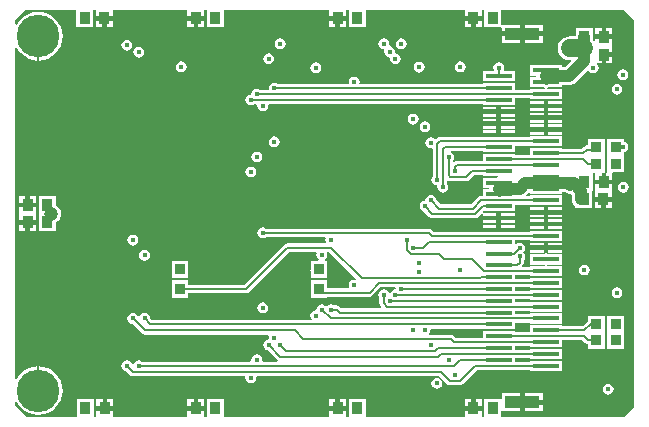
<source format=gbl>
%FSLAX44Y44*%
%MOMM*%
G71*
G01*
G75*
G04 Layer_Physical_Order=4*
G04 Layer_Color=16711680*
%ADD10O,2.0320X0.6096*%
%ADD11C,0.2000*%
%ADD12C,0.2032*%
%ADD13C,0.8000*%
%ADD14C,1.0000*%
%ADD15C,3.6000*%
%ADD16C,0.4000*%
%ADD17C,1.2000*%
%ADD18C,1.0160*%
%ADD19C,1.1000*%
%ADD20C,1.4000*%
%ADD21C,1.5000*%
%ADD22R,0.9398X1.0160*%
%ADD23R,0.9400X1.0160*%
%ADD24R,2.2000X0.3600*%
%ADD25R,3.0000X1.0000*%
%ADD26R,0.9652X0.8890*%
%ADD27R,0.8890X0.9652*%
%ADD28C,0.4000*%
G36*
X74250Y43000D02*
Y-284750D01*
X65750Y-293250D01*
X-37800D01*
Y-288500D01*
X-36902Y-288500D01*
X-36902D01*
Y-288500D01*
D01*
D01*
D01*
X-22000D01*
Y-281003D01*
Y-273500D01*
X-37500D01*
Y-278120D01*
X-37800Y-278420D01*
X-38398Y-278420D01*
X-38398Y-278420D01*
Y-278420D01*
X-52200D01*
Y-293250D01*
X-54306D01*
Y-288000D01*
X-68704D01*
Y-293250D01*
X-152800D01*
Y-278420D01*
X-167200D01*
Y-293250D01*
X-169306D01*
Y-288000D01*
X-183704D01*
Y-293250D01*
X-272800D01*
Y-278420D01*
X-287200D01*
Y-293250D01*
X-289306D01*
Y-288000D01*
X-303704D01*
Y-293250D01*
X-366296D01*
Y-288000D01*
X-380694D01*
Y-293250D01*
X-382800D01*
Y-278420D01*
X-397200D01*
Y-293250D01*
X-439250D01*
X-449250Y-283250D01*
Y-281087D01*
X-448018Y-280778D01*
X-447128Y-282444D01*
X-444566Y-285566D01*
X-441444Y-288128D01*
X-437883Y-290031D01*
X-434019Y-291203D01*
X-430000Y-291599D01*
X-425981Y-291203D01*
X-422117Y-290031D01*
X-418556Y-288128D01*
X-415434Y-285566D01*
X-412873Y-282444D01*
X-410969Y-278883D01*
X-409797Y-275019D01*
X-409401Y-271000D01*
X-409797Y-266981D01*
X-410969Y-263117D01*
X-412873Y-259556D01*
X-415434Y-256434D01*
X-418556Y-253872D01*
X-422117Y-251969D01*
X-425981Y-250797D01*
X-430000Y-250401D01*
X-434019Y-250797D01*
X-437883Y-251969D01*
X-441444Y-253872D01*
X-444566Y-256434D01*
X-447128Y-259556D01*
X-448018Y-261222D01*
X-449250Y-260913D01*
Y18913D01*
X-448018Y19222D01*
X-447128Y17556D01*
X-444566Y14434D01*
X-441444Y11872D01*
X-437883Y9969D01*
X-434019Y8797D01*
X-430000Y8401D01*
X-425981Y8797D01*
X-422117Y9969D01*
X-418556Y11872D01*
X-415434Y14434D01*
X-412873Y17556D01*
X-410969Y21117D01*
X-409797Y24981D01*
X-409401Y29000D01*
X-409797Y33019D01*
X-410969Y36883D01*
X-412873Y40444D01*
X-415434Y43566D01*
X-418556Y46128D01*
X-422117Y48031D01*
X-425981Y49203D01*
X-430000Y49599D01*
X-434019Y49203D01*
X-437883Y48031D01*
X-441444Y46128D01*
X-444566Y43566D01*
X-447128Y40444D01*
X-448018Y38778D01*
X-449250Y39087D01*
Y42750D01*
X-440750Y51250D01*
X-397700D01*
Y36420D01*
X-383300D01*
Y51250D01*
X-381194D01*
Y46000D01*
X-366796D01*
Y51250D01*
X-303704D01*
Y46000D01*
X-289306D01*
Y51250D01*
X-287200D01*
Y36420D01*
X-277541D01*
X-277500Y36412D01*
X-277459Y36420D01*
X-272800D01*
Y51250D01*
X-183704D01*
Y46000D01*
X-169306D01*
Y51250D01*
X-167200D01*
Y36420D01*
X-160041D01*
X-160000Y36412D01*
X-159959Y36420D01*
X-152800D01*
Y51250D01*
X-68704D01*
Y46000D01*
X-54306D01*
Y51250D01*
X-52200D01*
Y36420D01*
X-42541D01*
X-42500Y36412D01*
X-42459Y36420D01*
X-38398D01*
X-37500Y35522D01*
Y33000D01*
X-22000D01*
Y38500D01*
X-36902D01*
X-36902Y38500D01*
D01*
D01*
X-36902Y38500D01*
X-37500Y38500D01*
X-37800Y38800D01*
Y51250D01*
X66000D01*
X74250Y43000D01*
D02*
G37*
%LPC*%
G36*
X13500Y-125700D02*
X2000D01*
Y-128000D01*
X13500D01*
Y-125700D01*
D02*
G37*
G36*
X-2000D02*
X-13500D01*
Y-128000D01*
X-2000D01*
Y-125700D01*
D02*
G37*
G36*
X-431806Y-116000D02*
X-446204D01*
Y-121580D01*
Y-126500D01*
X-431806D01*
Y-121580D01*
Y-116000D01*
D02*
G37*
G36*
X-26500Y-120700D02*
X-38000D01*
Y-123000D01*
X-26500D01*
Y-120700D01*
D02*
G37*
G36*
X13500Y-122000D02*
X2000D01*
Y-124300D01*
X13500D01*
Y-122000D01*
D02*
G37*
G36*
X-2000D02*
X-13500D01*
Y-124300D01*
X-2000D01*
Y-122000D01*
D02*
G37*
G36*
X13500Y-132000D02*
X2000D01*
Y-134300D01*
X13500D01*
Y-132000D01*
D02*
G37*
G36*
X-2000D02*
X-13500D01*
Y-134300D01*
X-2000D01*
Y-132000D01*
D02*
G37*
G36*
X-415300Y-106420D02*
X-429700D01*
Y-121580D01*
Y-136080D01*
X-415300D01*
Y-128918D01*
X-414713Y-128675D01*
X-412938Y-127312D01*
X-411575Y-125537D01*
X-410719Y-123469D01*
X-410427Y-121250D01*
X-410719Y-119031D01*
X-411575Y-116963D01*
X-412938Y-115188D01*
X-414713Y-113825D01*
X-415300Y-113582D01*
Y-106420D01*
D02*
G37*
G36*
X-42000Y-130700D02*
X-53500D01*
Y-133000D01*
X-42000D01*
Y-130700D01*
D02*
G37*
G36*
X-26500Y-127000D02*
X-38000D01*
Y-129300D01*
X-26500D01*
Y-127000D01*
D02*
G37*
G36*
X-42000D02*
X-53500D01*
Y-129300D01*
X-42000D01*
Y-127000D01*
D02*
G37*
G36*
X-26500Y-130700D02*
X-38000D01*
Y-133000D01*
X-26500D01*
Y-130700D01*
D02*
G37*
G36*
X-250000Y-81412D02*
X-251756Y-81761D01*
X-253244Y-82756D01*
X-254239Y-84244D01*
X-254588Y-86000D01*
X-254239Y-87756D01*
X-253244Y-89244D01*
X-251756Y-90239D01*
X-250000Y-90588D01*
X-248244Y-90239D01*
X-246756Y-89244D01*
X-245761Y-87756D01*
X-245412Y-86000D01*
X-245761Y-84244D01*
X-246756Y-82756D01*
X-248244Y-81761D01*
X-250000Y-81412D01*
D02*
G37*
G36*
X66336Y-58055D02*
X51684D01*
Y-71157D01*
X51684Y-71157D01*
X51684D01*
X51684Y-71945D01*
Y-72055D01*
X51684Y-72055D01*
X51684Y-72055D01*
Y-85945D01*
X51684D01*
Y-86022D01*
X50786Y-86919D01*
X51005D01*
Y-92500D01*
X56204D01*
Y-86920D01*
X56204D01*
Y-86843D01*
X57102Y-85945D01*
X66336D01*
Y-72843D01*
X66336Y-72843D01*
D01*
D01*
X66336Y-72055D01*
Y-72052D01*
Y-72000D01*
X66336Y-71945D01*
X66336Y-71157D01*
X66336D01*
D01*
Y-71157D01*
X66336D01*
D01*
Y-69322D01*
X66756Y-69239D01*
X68244Y-68244D01*
X69239Y-66756D01*
X69588Y-65000D01*
X69239Y-63244D01*
X68244Y-61756D01*
X66756Y-60761D01*
X66336Y-60678D01*
Y-58055D01*
D02*
G37*
G36*
X65500Y-94162D02*
X63744Y-94511D01*
X62256Y-95506D01*
X61261Y-96994D01*
X60912Y-98750D01*
X61261Y-100506D01*
X62256Y-101994D01*
X63744Y-102989D01*
X65500Y-103338D01*
X67256Y-102989D01*
X68744Y-101994D01*
X69739Y-100506D01*
X70088Y-98750D01*
X69739Y-96994D01*
X68744Y-95506D01*
X67256Y-94511D01*
X65500Y-94162D01*
D02*
G37*
G36*
X13500Y-55700D02*
X-13500D01*
Y-56431D01*
X-26500D01*
Y-56431D01*
X-53500D01*
Y-56431D01*
X-90000D01*
X-91366Y-56703D01*
X-92523Y-57477D01*
X-93160Y-58113D01*
X-94256Y-58006D01*
X-95744Y-57011D01*
X-97500Y-56662D01*
X-99256Y-57011D01*
X-100744Y-58006D01*
X-101739Y-59494D01*
X-102088Y-61250D01*
X-101739Y-63006D01*
X-100744Y-64494D01*
X-99256Y-65489D01*
X-97500Y-65838D01*
X-97050Y-65749D01*
X-96069Y-66554D01*
Y-89741D01*
X-96739Y-90744D01*
X-97088Y-92500D01*
X-96739Y-94256D01*
X-95744Y-95744D01*
X-94256Y-96739D01*
X-92667Y-97055D01*
X-91961Y-98111D01*
X-92088Y-98750D01*
X-91739Y-100506D01*
X-90744Y-101994D01*
X-89256Y-102989D01*
X-87500Y-103338D01*
X-85744Y-102989D01*
X-84256Y-101994D01*
X-83261Y-100506D01*
X-82912Y-98750D01*
X-83261Y-96994D01*
X-83931Y-95991D01*
Y-93598D01*
X-82811Y-92999D01*
X-82366Y-93297D01*
X-81000Y-93569D01*
X-67500D01*
X-66134Y-93297D01*
X-64977Y-92523D01*
X-61022Y-88569D01*
X-53500D01*
Y-89300D01*
X-40889D01*
X-40844Y-89759D01*
X-41697Y-90700D01*
X-53500D01*
Y-99300D01*
X-48489D01*
X-48172Y-100000D01*
X-48489Y-100700D01*
X-53500D01*
Y-106431D01*
X-55000D01*
X-56366Y-106703D01*
X-57523Y-107477D01*
X-63478Y-113431D01*
X-89022D01*
X-93026Y-109428D01*
X-93261Y-108244D01*
X-94256Y-106756D01*
X-95744Y-105761D01*
X-97500Y-105412D01*
X-99256Y-105761D01*
X-100744Y-106756D01*
X-101739Y-108244D01*
X-102088Y-110000D01*
X-102500Y-110412D01*
X-104256Y-110761D01*
X-105744Y-111756D01*
X-106739Y-113244D01*
X-107088Y-115000D01*
X-106739Y-116756D01*
X-105744Y-118244D01*
X-104256Y-119239D01*
X-103072Y-119474D01*
X-98773Y-123773D01*
X-97616Y-124547D01*
X-96250Y-124819D01*
X-60000D01*
X-58634Y-124547D01*
X-57477Y-123773D01*
X-54673Y-120970D01*
X-53742Y-121356D01*
D01*
X-53500Y-121456D01*
Y-123000D01*
X-42000D01*
Y-120700D01*
X-52744D01*
X-52844Y-120458D01*
D01*
X-53230Y-119527D01*
X-53003Y-119300D01*
X-26500D01*
Y-113569D01*
X-13500D01*
Y-114300D01*
X13500D01*
Y-105700D01*
X-13500D01*
Y-106431D01*
X-16324D01*
X-16810Y-105258D01*
X-14673Y-103122D01*
X-13500Y-103608D01*
Y-104300D01*
X13500D01*
Y-103065D01*
X15570D01*
X15713Y-103175D01*
X17781Y-104031D01*
X20000Y-104323D01*
X20981Y-104194D01*
X21935Y-105032D01*
Y-109000D01*
X22193Y-110958D01*
X22949Y-112782D01*
X24151Y-114349D01*
X24800Y-114847D01*
Y-116580D01*
X39200D01*
Y-102080D01*
X39700D01*
Y-86920D01*
X39700D01*
Y-86843D01*
X40598Y-85945D01*
X41806D01*
Y-86920D01*
X41806D01*
Y-92500D01*
X47005D01*
Y-86919D01*
X49826D01*
Y-85945D01*
X49826D01*
Y-72055D01*
D01*
Y-72055D01*
X49826Y-72055D01*
Y-71945D01*
X49826D01*
Y-58055D01*
X35174D01*
Y-63431D01*
X34250D01*
X32884Y-63703D01*
X31727Y-64477D01*
X29772Y-66431D01*
X13500D01*
Y-65700D01*
X-13500D01*
Y-71431D01*
X-26500D01*
Y-70700D01*
X-53500D01*
Y-76431D01*
X-75500D01*
X-76866Y-76703D01*
X-77811Y-77335D01*
X-78931Y-76736D01*
Y-75759D01*
X-78261Y-74756D01*
X-77912Y-73000D01*
X-78261Y-71244D01*
X-79256Y-69756D01*
X-80481Y-68937D01*
Y-68937D01*
X-80481D01*
X-80744Y-68761D01*
Y-68761D01*
X-80725Y-68569D01*
X-53500D01*
Y-69300D01*
X-26500D01*
Y-63569D01*
X-13500D01*
Y-64300D01*
X13500D01*
Y-55700D01*
D02*
G37*
G36*
X-230000Y-55912D02*
X-231756Y-56261D01*
X-233244Y-57256D01*
X-234239Y-58744D01*
X-234588Y-60500D01*
X-234239Y-62256D01*
X-233244Y-63744D01*
X-231756Y-64739D01*
X-230000Y-65088D01*
X-228244Y-64739D01*
X-226756Y-63744D01*
X-225761Y-62256D01*
X-225412Y-60500D01*
X-225761Y-58744D01*
X-226756Y-57256D01*
X-228244Y-56261D01*
X-230000Y-55912D01*
D02*
G37*
G36*
X-245000Y-68662D02*
X-246756Y-69011D01*
X-248244Y-70006D01*
X-249239Y-71494D01*
X-249588Y-73250D01*
X-249239Y-75006D01*
X-248244Y-76494D01*
X-246756Y-77489D01*
X-245000Y-77838D01*
X-243244Y-77489D01*
X-241756Y-76494D01*
X-240761Y-75006D01*
X-240412Y-73250D01*
X-240761Y-71494D01*
X-241756Y-70006D01*
X-243244Y-69011D01*
X-245000Y-68662D01*
D02*
G37*
G36*
X56204Y-96500D02*
X41806D01*
Y-101420D01*
X41306D01*
Y-107000D01*
X55704D01*
Y-102080D01*
X56204D01*
Y-96500D01*
D02*
G37*
G36*
X46505Y-111000D02*
X41306D01*
Y-116580D01*
X46505D01*
Y-111000D01*
D02*
G37*
G36*
X13500Y-115700D02*
X2000D01*
Y-118000D01*
X13500D01*
Y-115700D01*
D02*
G37*
G36*
X-2000D02*
X-13500D01*
Y-118000D01*
X-2000D01*
Y-115700D01*
D02*
G37*
G36*
X-431806Y-106420D02*
X-437005D01*
Y-112000D01*
X-431806D01*
Y-106420D01*
D02*
G37*
G36*
X-441005D02*
X-446204D01*
Y-112000D01*
X-441005D01*
Y-106420D01*
D02*
G37*
G36*
X55704Y-111000D02*
X50505D01*
Y-116580D01*
X55704D01*
Y-111000D01*
D02*
G37*
G36*
X-2500Y-273500D02*
X-18000D01*
Y-279000D01*
X-2500D01*
Y-273500D01*
D02*
G37*
G36*
X-54306Y-278420D02*
X-59505D01*
Y-284000D01*
X-54306D01*
Y-278420D01*
D02*
G37*
G36*
X-63505D02*
X-68704D01*
Y-284000D01*
X-63505D01*
Y-278420D01*
D02*
G37*
G36*
X66336Y-207555D02*
X51684D01*
Y-220657D01*
X51684Y-220657D01*
X51684D01*
X51684Y-221445D01*
Y-221555D01*
X51684Y-221555D01*
X51684Y-221555D01*
Y-235445D01*
X66336D01*
Y-222343D01*
X66336Y-222343D01*
D01*
D01*
X66336Y-221555D01*
Y-221552D01*
Y-221500D01*
X66336Y-221445D01*
X66336Y-220657D01*
X66336D01*
D01*
Y-220657D01*
X66336D01*
D01*
Y-207555D01*
D02*
G37*
G36*
X-92500Y-260412D02*
X-94256Y-260761D01*
X-95744Y-261756D01*
X-96739Y-263244D01*
X-97088Y-265000D01*
X-96739Y-266756D01*
X-95744Y-268244D01*
X-94256Y-269239D01*
X-92500Y-269588D01*
X-90744Y-269239D01*
X-89256Y-268244D01*
X-88261Y-266756D01*
X-87912Y-265000D01*
X-88261Y-263244D01*
X-89256Y-261756D01*
X-90744Y-260761D01*
X-92500Y-260412D01*
D02*
G37*
G36*
X52500Y-265412D02*
X50744Y-265761D01*
X49256Y-266756D01*
X48261Y-268244D01*
X47912Y-270000D01*
X48261Y-271756D01*
X49256Y-273244D01*
X50744Y-274239D01*
X52500Y-274588D01*
X54256Y-274239D01*
X55744Y-273244D01*
X56739Y-271756D01*
X57088Y-270000D01*
X56739Y-268244D01*
X55744Y-266756D01*
X54256Y-265761D01*
X52500Y-265412D01*
D02*
G37*
G36*
X-169306Y-278420D02*
X-174505D01*
Y-284000D01*
X-169306D01*
Y-278420D01*
D02*
G37*
G36*
X-366296D02*
X-371495D01*
Y-284000D01*
X-366296D01*
Y-278420D01*
D02*
G37*
G36*
X-375495D02*
X-380694D01*
Y-284000D01*
X-375495D01*
Y-278420D01*
D02*
G37*
G36*
X-2500Y-283000D02*
X-18000D01*
Y-288500D01*
X-2500D01*
Y-283000D01*
D02*
G37*
G36*
X-178505Y-278420D02*
X-183704D01*
Y-284000D01*
X-178505D01*
Y-278420D01*
D02*
G37*
G36*
X-289306D02*
X-294505D01*
Y-284000D01*
X-289306D01*
Y-278420D01*
D02*
G37*
G36*
X-298505D02*
X-303704D01*
Y-284000D01*
X-298505D01*
Y-278420D01*
D02*
G37*
G36*
X13500Y-145700D02*
X2000D01*
Y-148000D01*
X13500D01*
Y-145700D01*
D02*
G37*
G36*
X-2000D02*
X-13500D01*
Y-148000D01*
X-2000D01*
Y-145700D01*
D02*
G37*
G36*
X-350000Y-139162D02*
X-351756Y-139511D01*
X-353244Y-140506D01*
X-354239Y-141994D01*
X-354588Y-143750D01*
X-354239Y-145506D01*
X-353244Y-146994D01*
X-351756Y-147989D01*
X-350000Y-148338D01*
X-348244Y-147989D01*
X-346756Y-146994D01*
X-345761Y-145506D01*
X-345412Y-143750D01*
X-345761Y-141994D01*
X-346756Y-140506D01*
X-348244Y-139511D01*
X-350000Y-139162D01*
D02*
G37*
G36*
X-431806Y-130500D02*
X-437005D01*
Y-136080D01*
X-431806D01*
Y-130500D01*
D02*
G37*
G36*
X-441005D02*
X-446204D01*
Y-136080D01*
X-441005D01*
Y-130500D01*
D02*
G37*
G36*
X-240000Y-132912D02*
X-241756Y-133261D01*
X-243244Y-134256D01*
X-244239Y-135744D01*
X-244588Y-137500D01*
X-244239Y-139256D01*
X-243244Y-140744D01*
X-241756Y-141739D01*
X-240000Y-142088D01*
X-238244Y-141739D01*
X-237241Y-141069D01*
X-187556D01*
X-186750Y-142050D01*
X-187088Y-143750D01*
X-186750Y-145450D01*
X-187556Y-146431D01*
X-219000D01*
X-220366Y-146703D01*
X-221523Y-147477D01*
X-255478Y-181431D01*
X-303055D01*
Y-177674D01*
X-316945D01*
Y-192326D01*
X-303055D01*
Y-188569D01*
X-254000D01*
X-252634Y-188297D01*
X-251477Y-187523D01*
Y-187523D01*
X-251477D01*
D01*
D01*
D01*
D01*
D01*
D01*
X-251477D01*
D01*
X-251477D01*
Y-187523D01*
D01*
D01*
D01*
D01*
Y-187523D01*
D01*
D01*
D01*
D01*
D01*
D01*
Y-187523D01*
D01*
D01*
X-251477D01*
D01*
D01*
D01*
X-217522Y-153569D01*
X-195056D01*
X-194250Y-154550D01*
X-194588Y-156250D01*
X-194239Y-158006D01*
X-193244Y-159494D01*
X-192564Y-159949D01*
X-192933Y-161164D01*
X-199445D01*
Y-168280D01*
X-199588Y-169000D01*
X-199445Y-169720D01*
Y-175816D01*
X-185555D01*
Y-161164D01*
X-187067D01*
X-187436Y-159949D01*
X-186756Y-159494D01*
X-185761Y-158006D01*
X-185412Y-156250D01*
X-185761Y-154494D01*
X-185266Y-153569D01*
X-183478D01*
X-160782Y-176264D01*
X-161381Y-177384D01*
X-162500Y-177162D01*
X-164256Y-177511D01*
X-165744Y-178506D01*
X-166739Y-179994D01*
X-167088Y-181750D01*
X-166750Y-183450D01*
X-167556Y-184431D01*
X-185555D01*
Y-177674D01*
X-199445D01*
Y-192326D01*
X-185555D01*
Y-191569D01*
X-149500D01*
X-148134Y-191297D01*
X-146977Y-190523D01*
Y-190523D01*
X-146977D01*
D01*
D01*
D01*
D01*
D01*
D01*
X-146977D01*
D01*
X-146977D01*
Y-190523D01*
D01*
D01*
D01*
D01*
Y-190523D01*
D01*
D01*
D01*
D01*
D01*
D01*
Y-190523D01*
D01*
D01*
X-146977D01*
D01*
D01*
D01*
X-140022Y-183569D01*
X-127804D01*
X-127245Y-184250D01*
X-127673Y-185446D01*
X-129256Y-185761D01*
X-130744Y-186756D01*
X-131739Y-188244D01*
X-131865Y-188878D01*
X-133135D01*
X-133261Y-188244D01*
X-134256Y-186756D01*
X-135744Y-185761D01*
X-137500Y-185412D01*
X-139256Y-185761D01*
X-140744Y-186756D01*
X-141739Y-188244D01*
X-142088Y-190000D01*
X-141739Y-191756D01*
X-141069Y-192759D01*
Y-197250D01*
X-141069Y-197250D01*
X-141069D01*
X-140797Y-198616D01*
X-140023Y-199773D01*
X-139539Y-200258D01*
X-140025Y-201431D01*
X-173272D01*
X-174727Y-199977D01*
X-175884Y-199203D01*
X-177250Y-198931D01*
X-179741D01*
X-180744Y-198261D01*
X-182500Y-197912D01*
X-184256Y-198261D01*
X-185744Y-199256D01*
X-186756D01*
X-188244Y-198261D01*
X-190000Y-197912D01*
X-191756Y-198261D01*
X-193244Y-199256D01*
X-194239Y-200744D01*
X-194588Y-202500D01*
X-195000Y-202912D01*
X-196756Y-203261D01*
X-198244Y-204256D01*
X-199239Y-205744D01*
X-199588Y-207500D01*
X-199239Y-209256D01*
X-198534Y-210311D01*
X-199132Y-211431D01*
X-333522D01*
X-335526Y-209428D01*
X-335761Y-208244D01*
X-336756Y-206756D01*
X-338244Y-205761D01*
X-340000Y-205412D01*
X-341756Y-205761D01*
X-343244Y-206756D01*
X-344239Y-208244D01*
X-344365Y-208878D01*
X-345635D01*
X-345761Y-208244D01*
X-346756Y-206756D01*
X-348244Y-205761D01*
X-350000Y-205412D01*
X-351756Y-205761D01*
X-353244Y-206756D01*
X-354239Y-208244D01*
X-354588Y-210000D01*
X-354239Y-211756D01*
X-353244Y-213244D01*
X-351756Y-214239D01*
X-350573Y-214474D01*
X-342523Y-222523D01*
X-342523Y-222523D01*
X-342523D01*
X-342523Y-222523D01*
X-342523D01*
X-342523Y-222523D01*
Y-222523D01*
Y-222523D01*
D01*
D01*
X-342523D01*
Y-222523D01*
X-341366Y-223297D01*
X-340000Y-223569D01*
X-235056D01*
X-234250Y-224550D01*
X-234588Y-226250D01*
X-234461Y-226889D01*
X-235167Y-227945D01*
X-236756Y-228261D01*
X-238244Y-229256D01*
X-239239Y-230744D01*
X-239588Y-232500D01*
X-239239Y-234256D01*
X-238244Y-235744D01*
X-236756Y-236739D01*
X-235572Y-236974D01*
X-227523Y-245023D01*
X-227523D01*
X-227523Y-245023D01*
X-227523D01*
X-227523Y-245023D01*
Y-245023D01*
X-227523Y-245023D01*
Y-245023D01*
X-227235Y-245216D01*
X-227604Y-246431D01*
X-239696D01*
X-240501Y-245450D01*
X-240412Y-245000D01*
X-240761Y-243244D01*
X-241756Y-241756D01*
X-243244Y-240761D01*
X-245000Y-240412D01*
X-246756Y-240761D01*
X-248244Y-241756D01*
X-249239Y-243244D01*
X-249588Y-245000D01*
X-249499Y-245450D01*
X-250304Y-246431D01*
X-342241D01*
X-343244Y-245761D01*
X-345000Y-245412D01*
X-346756Y-245761D01*
X-348244Y-246756D01*
X-349239Y-248244D01*
X-349365Y-248878D01*
X-350635D01*
X-350761Y-248244D01*
X-351756Y-246756D01*
X-353244Y-245761D01*
X-355000Y-245412D01*
X-356756Y-245761D01*
X-358244Y-246756D01*
X-359239Y-248244D01*
X-359588Y-250000D01*
X-359239Y-251756D01*
X-358244Y-253244D01*
X-356756Y-254239D01*
X-355572Y-254474D01*
X-352523Y-257523D01*
X-351366Y-258297D01*
X-350000Y-258569D01*
X-255304D01*
X-254499Y-259550D01*
X-254588Y-260000D01*
X-254239Y-261756D01*
X-253244Y-263244D01*
X-251756Y-264239D01*
X-250000Y-264588D01*
X-248244Y-264239D01*
X-246756Y-263244D01*
X-245761Y-261756D01*
X-245412Y-260000D01*
X-245501Y-259550D01*
X-244696Y-258569D01*
X-90478D01*
X-83773Y-265273D01*
D01*
X-83773Y-265273D01*
X-83773Y-265273D01*
D01*
D01*
D01*
X-83773Y-265273D01*
Y-265273D01*
X-82616Y-266047D01*
X-81250Y-266319D01*
X-73000D01*
X-71634Y-266047D01*
X-70477Y-265273D01*
X-58772Y-253569D01*
X-13500D01*
Y-254300D01*
X13500D01*
Y-245700D01*
X-13500D01*
Y-246431D01*
X-26500D01*
Y-243569D01*
X-13500D01*
Y-244300D01*
X13500D01*
Y-235700D01*
X-13500D01*
Y-236431D01*
X-26500D01*
Y-233569D01*
X-13500D01*
Y-234300D01*
X13500D01*
Y-228569D01*
X30772D01*
X33227Y-231023D01*
X33227Y-231023D01*
X33227D01*
X33227Y-231023D01*
X33227D01*
X33227Y-231023D01*
Y-231023D01*
Y-231023D01*
D01*
D01*
X33227D01*
Y-231023D01*
X34384Y-231797D01*
X35174Y-231954D01*
Y-235445D01*
X49826D01*
Y-221555D01*
D01*
Y-221555D01*
X49826Y-221555D01*
Y-221445D01*
X49826D01*
Y-207555D01*
X35174D01*
Y-212279D01*
X31022Y-216431D01*
X13500D01*
Y-215700D01*
X-13500D01*
Y-221431D01*
X-26500D01*
Y-220700D01*
X-53500D01*
Y-226431D01*
X-76272D01*
X-77727Y-224977D01*
X-78884Y-224203D01*
X-80250Y-223931D01*
X-98368D01*
X-98966Y-222811D01*
X-98261Y-221756D01*
X-97912Y-220000D01*
X-98001Y-219550D01*
X-97196Y-218569D01*
X-53500D01*
Y-219300D01*
X-26500D01*
Y-213569D01*
X-13500D01*
Y-214300D01*
X13500D01*
Y-205700D01*
X-13500D01*
Y-206431D01*
X-26500D01*
Y-203569D01*
X-13500D01*
Y-204300D01*
X13500D01*
Y-195700D01*
X-13500D01*
Y-196431D01*
X-26500D01*
Y-193569D01*
X-13500D01*
Y-194300D01*
X13500D01*
Y-185700D01*
X-13500D01*
Y-186431D01*
X-26500D01*
Y-183569D01*
X-13500D01*
Y-184300D01*
X13500D01*
Y-175700D01*
X-13500D01*
Y-176431D01*
X-26500D01*
Y-173569D01*
X-13500D01*
Y-174300D01*
X13500D01*
Y-165700D01*
X889D01*
X772Y-164512D01*
D01*
X764Y-164436D01*
X1449Y-164300D01*
X13500D01*
Y-155700D01*
X1696D01*
X844Y-154759D01*
X889Y-154300D01*
X-889D01*
X-844Y-154759D01*
X-1696Y-155700D01*
X-13500D01*
Y-164300D01*
X-1449D01*
X-764Y-164436D01*
X-888Y-165690D01*
X-898Y-165700D01*
X-13500D01*
Y-166431D01*
X-19490D01*
X-19965Y-165285D01*
X-19188Y-164122D01*
X-18915Y-162750D01*
D01*
D01*
D01*
D01*
D01*
X-18915D01*
D01*
D01*
D01*
D01*
Y-162750D01*
X-18915D01*
D01*
Y-162750D01*
D01*
D01*
D01*
D01*
D01*
D01*
D01*
D01*
D01*
D01*
D01*
D01*
Y-162750D01*
D01*
X-18915D01*
D01*
D01*
D01*
D01*
X-18915Y-162750D01*
Y-160235D01*
X-18261Y-159256D01*
X-17912Y-157500D01*
X-18261Y-155744D01*
X-19256Y-154256D01*
Y-153494D01*
X-18261Y-152006D01*
X-17912Y-150250D01*
X-18261Y-148494D01*
X-19256Y-147006D01*
X-20744Y-146011D01*
X-22500Y-145662D01*
X-24256Y-146011D01*
X-25380Y-146762D01*
X-26500Y-146164D01*
Y-143569D01*
X-13500D01*
Y-144300D01*
X13500D01*
Y-135700D01*
X-13500D01*
Y-136431D01*
X-26500D01*
Y-136431D01*
X-53500D01*
Y-136431D01*
X-94772D01*
X-96227Y-134977D01*
X-97384Y-134203D01*
X-98750Y-133931D01*
X-237241D01*
X-238244Y-133261D01*
X-240000Y-132912D01*
D02*
G37*
G36*
X13500Y-152000D02*
X2000D01*
Y-154300D01*
X13500D01*
Y-152000D01*
D02*
G37*
G36*
X-303055Y-161164D02*
X-316945D01*
Y-175816D01*
X-303055D01*
Y-161164D01*
D02*
G37*
G36*
X60000Y-183662D02*
X58244Y-184011D01*
X56756Y-185006D01*
X55761Y-186494D01*
X55412Y-188250D01*
X55761Y-190006D01*
X56756Y-191494D01*
X58244Y-192489D01*
X60000Y-192838D01*
X61756Y-192489D01*
X63244Y-191494D01*
X64239Y-190006D01*
X64588Y-188250D01*
X64239Y-186494D01*
X63244Y-185006D01*
X61756Y-184011D01*
X60000Y-183662D01*
D02*
G37*
G36*
X-240000Y-196412D02*
X-241756Y-196761D01*
X-243244Y-197756D01*
X-244239Y-199244D01*
X-244588Y-201000D01*
X-244239Y-202756D01*
X-243244Y-204244D01*
X-241756Y-205239D01*
X-240000Y-205588D01*
X-238244Y-205239D01*
X-236756Y-204244D01*
X-235761Y-202756D01*
X-235412Y-201000D01*
X-235761Y-199244D01*
X-236756Y-197756D01*
X-238244Y-196761D01*
X-240000Y-196412D01*
D02*
G37*
G36*
X-2000Y-152000D02*
X-13500D01*
Y-154300D01*
X-2000D01*
Y-152000D01*
D02*
G37*
G36*
X-340000Y-151912D02*
X-341756Y-152261D01*
X-343244Y-153256D01*
X-344239Y-154744D01*
X-344588Y-156500D01*
X-344239Y-158256D01*
X-343244Y-159744D01*
X-341756Y-160739D01*
X-340000Y-161088D01*
X-338244Y-160739D01*
X-336756Y-159744D01*
X-335761Y-158256D01*
X-335412Y-156500D01*
X-335761Y-154744D01*
X-336756Y-153256D01*
X-338244Y-152261D01*
X-340000Y-151912D01*
D02*
G37*
G36*
X32500Y-164412D02*
X30744Y-164761D01*
X29256Y-165756D01*
X28261Y-167244D01*
X27912Y-169000D01*
X28261Y-170756D01*
X29256Y-172244D01*
X30744Y-173239D01*
X32500Y-173588D01*
X34256Y-173239D01*
X35744Y-172244D01*
X36739Y-170756D01*
X37088Y-169000D01*
X36739Y-167244D01*
X35744Y-165756D01*
X34256Y-164761D01*
X32500Y-164412D01*
D02*
G37*
G36*
X-345000Y20088D02*
X-346756Y19739D01*
X-348244Y18744D01*
X-349239Y17256D01*
X-349588Y15500D01*
X-349239Y13744D01*
X-348244Y12256D01*
X-346756Y11261D01*
X-345000Y10912D01*
X-343244Y11261D01*
X-341756Y12256D01*
X-340761Y13744D01*
X-340412Y15500D01*
X-340761Y17256D01*
X-341756Y18744D01*
X-343244Y19739D01*
X-345000Y20088D01*
D02*
G37*
G36*
X56204Y11500D02*
X51005D01*
Y5920D01*
X56204D01*
Y11500D01*
D02*
G37*
G36*
X-235000Y14588D02*
X-236756Y14239D01*
X-238244Y13244D01*
X-239239Y11756D01*
X-239588Y10000D01*
X-239239Y8244D01*
X-238244Y6756D01*
X-236756Y5761D01*
X-235000Y5412D01*
X-233244Y5761D01*
X-231756Y6756D01*
X-230761Y8244D01*
X-230412Y10000D01*
X-230761Y11756D01*
X-231756Y13244D01*
X-233244Y14239D01*
X-235000Y14588D01*
D02*
G37*
G36*
X-122500Y27088D02*
X-124256Y26739D01*
X-125744Y25744D01*
X-126739Y24256D01*
X-127088Y22500D01*
X-126739Y20744D01*
X-125744Y19256D01*
X-124256Y18261D01*
X-122500Y17912D01*
X-120744Y18261D01*
X-119256Y19256D01*
X-118261Y20744D01*
X-117912Y22500D01*
X-118261Y24256D01*
X-119256Y25744D01*
X-120744Y26739D01*
X-122500Y27088D01*
D02*
G37*
G36*
X-225000D02*
X-226756Y26739D01*
X-228244Y25744D01*
X-229239Y24256D01*
X-229588Y22500D01*
X-229239Y20744D01*
X-228244Y19256D01*
X-226756Y18261D01*
X-225000Y17912D01*
X-223244Y18261D01*
X-221756Y19256D01*
X-220761Y20744D01*
X-220412Y22500D01*
X-220761Y24256D01*
X-221756Y25744D01*
X-223244Y26739D01*
X-225000Y27088D01*
D02*
G37*
G36*
X-355000Y25838D02*
X-356756Y25489D01*
X-358244Y24494D01*
X-359239Y23006D01*
X-359588Y21250D01*
X-359239Y19494D01*
X-358244Y18006D01*
X-356756Y17011D01*
X-355000Y16662D01*
X-353244Y17011D01*
X-351756Y18006D01*
X-350761Y19494D01*
X-350412Y21250D01*
X-350761Y23006D01*
X-351756Y24494D01*
X-353244Y25489D01*
X-355000Y25838D01*
D02*
G37*
G36*
X-137500Y27088D02*
X-139256Y26739D01*
X-140744Y25744D01*
X-141739Y24256D01*
X-142088Y22500D01*
X-141739Y20744D01*
X-140744Y19256D01*
X-139256Y18261D01*
X-137500Y17912D01*
X-137079Y15796D01*
X-137088Y15750D01*
X-136739Y13994D01*
X-135744Y12506D01*
X-134256Y11511D01*
X-132762Y11214D01*
X-132057Y10158D01*
X-132088Y10000D01*
X-131739Y8244D01*
X-130744Y6756D01*
X-129256Y5761D01*
X-127500Y5412D01*
X-125744Y5761D01*
X-124256Y6756D01*
X-123261Y8244D01*
X-122912Y10000D01*
X-123261Y11756D01*
X-124256Y13244D01*
X-125744Y14239D01*
X-127500Y14588D01*
X-128036Y15124D01*
X-127912Y15750D01*
X-128261Y17506D01*
X-129256Y18994D01*
X-130744Y19989D01*
X-132500Y20338D01*
X-132921Y22454D01*
X-132912Y22500D01*
X-133261Y24256D01*
X-134256Y25744D01*
X-135744Y26739D01*
X-137500Y27088D01*
D02*
G37*
G36*
X-107500Y7338D02*
X-109256Y6989D01*
X-110744Y5994D01*
X-111739Y4506D01*
X-112088Y2750D01*
X-111739Y994D01*
X-110744Y-494D01*
X-109256Y-1489D01*
X-107500Y-1838D01*
X-105744Y-1489D01*
X-104256Y-494D01*
X-103261Y994D01*
X-102912Y2750D01*
X-103261Y4506D01*
X-104256Y5994D01*
X-105744Y6989D01*
X-107500Y7338D01*
D02*
G37*
G36*
X-195000Y6838D02*
X-196756Y6489D01*
X-198244Y5494D01*
X-199239Y4006D01*
X-199588Y2250D01*
X-199239Y494D01*
X-198244Y-994D01*
X-196756Y-1989D01*
X-195000Y-2338D01*
X-193244Y-1989D01*
X-191756Y-994D01*
X-190761Y494D01*
X-190412Y2250D01*
X-190761Y4006D01*
X-191756Y5494D01*
X-193244Y6489D01*
X-195000Y6838D01*
D02*
G37*
G36*
X65000Y1088D02*
X63244Y739D01*
X61756Y-256D01*
X60761Y-1744D01*
X60412Y-3500D01*
X60761Y-5256D01*
X61756Y-6744D01*
X63244Y-7739D01*
X65000Y-8088D01*
X66756Y-7739D01*
X68244Y-6744D01*
X69239Y-5256D01*
X69588Y-3500D01*
X69239Y-1744D01*
X68244Y-256D01*
X66756Y739D01*
X65000Y1088D01*
D02*
G37*
G36*
X39700Y36080D02*
X25300D01*
Y30716D01*
X25193Y30458D01*
X24980Y28836D01*
X20000D01*
X17390Y28493D01*
X14957Y27485D01*
X12868Y25882D01*
X11265Y23793D01*
X10257Y21360D01*
X9914Y18750D01*
X10257Y16140D01*
X11265Y13707D01*
X12868Y11618D01*
X14957Y10015D01*
X17390Y9007D01*
X20000Y8664D01*
X20806D01*
X21292Y7490D01*
X16367Y2565D01*
X13500D01*
Y4300D01*
X1449D01*
X0Y4588D01*
X-1449Y4300D01*
X-13500D01*
Y-4300D01*
X-8490D01*
X-8172Y-5000D01*
X-8490Y-5700D01*
X-13500D01*
Y-14300D01*
X-1697D01*
X-844Y-15241D01*
X-889Y-15700D01*
X-13500D01*
Y-16431D01*
X-26500D01*
Y-10700D01*
X-53500D01*
Y-11431D01*
X-157245D01*
X-158051Y-10450D01*
X-157912Y-9750D01*
X-158261Y-7994D01*
X-159256Y-6506D01*
X-160744Y-5511D01*
X-162500Y-5162D01*
X-164256Y-5511D01*
X-165744Y-6506D01*
X-166739Y-7994D01*
X-167088Y-9750D01*
X-166949Y-10450D01*
X-167755Y-11431D01*
X-227241D01*
X-228244Y-10761D01*
X-230000Y-10412D01*
X-231756Y-10761D01*
X-233244Y-11756D01*
X-234239Y-13244D01*
X-234588Y-15000D01*
X-234499Y-15450D01*
X-235304Y-16431D01*
X-242241D01*
X-243244Y-15761D01*
X-245000Y-15412D01*
X-246756Y-15761D01*
X-248244Y-16756D01*
X-249239Y-18244D01*
X-249588Y-20000D01*
X-250000Y-20412D01*
D01*
X-251756Y-20761D01*
X-253244Y-21756D01*
X-254239Y-23244D01*
X-254588Y-25000D01*
X-254239Y-26756D01*
X-253244Y-28244D01*
X-251756Y-29239D01*
X-250000Y-29588D01*
X-248244Y-29239D01*
X-247241Y-28569D01*
X-245304D01*
X-244499Y-29550D01*
X-244588Y-30000D01*
X-244239Y-31756D01*
X-243244Y-33244D01*
X-241756Y-34239D01*
X-240000Y-34588D01*
X-238244Y-34239D01*
X-236756Y-33244D01*
X-235761Y-31756D01*
X-235412Y-30000D01*
X-235501Y-29550D01*
X-234696Y-28569D01*
X-53500D01*
Y-29300D01*
X-26500D01*
Y-23569D01*
X-13500D01*
Y-24300D01*
X13500D01*
Y-15700D01*
X889D01*
X764Y-14436D01*
X1449Y-14300D01*
X13500D01*
Y-12565D01*
X19500D01*
X21458Y-12307D01*
X22748Y-11773D01*
X23282Y-11551D01*
X24849Y-10349D01*
X35026Y-172D01*
X36290Y-297D01*
X36756Y-994D01*
X38244Y-1989D01*
X40000Y-2338D01*
X41756Y-1989D01*
X43244Y-994D01*
X44239Y494D01*
X44588Y2250D01*
X44239Y4006D01*
X43244Y5494D01*
X43373Y5920D01*
X47005D01*
Y13503D01*
X49002D01*
Y15500D01*
X56204D01*
Y20920D01*
Y26500D01*
X41806D01*
Y24373D01*
X41097Y24132D01*
X40065Y24872D01*
Y28500D01*
X39807Y30458D01*
X39700Y30716D01*
Y36080D01*
D02*
G37*
G36*
X-72500Y7588D02*
X-74256Y7239D01*
X-75744Y6244D01*
X-76739Y4756D01*
X-77088Y3000D01*
X-76739Y1244D01*
X-75744Y-244D01*
X-74256Y-1239D01*
X-72500Y-1588D01*
X-70744Y-1239D01*
X-69256Y-244D01*
X-68261Y1244D01*
X-67912Y3000D01*
X-68261Y4756D01*
X-69256Y6244D01*
X-70744Y7239D01*
X-72500Y7588D01*
D02*
G37*
G36*
X-308750D02*
X-310506Y7239D01*
X-311994Y6244D01*
X-312989Y4756D01*
X-313338Y3000D01*
X-312989Y1244D01*
X-311994Y-244D01*
X-310506Y-1239D01*
X-308750Y-1588D01*
X-306994Y-1239D01*
X-305506Y-244D01*
X-304511Y1244D01*
X-304162Y3000D01*
X-304511Y4756D01*
X-305506Y6244D01*
X-306994Y7239D01*
X-308750Y7588D01*
D02*
G37*
G36*
X-178505Y42000D02*
X-183704D01*
Y36420D01*
X-178505D01*
Y42000D01*
D02*
G37*
G36*
X-289306D02*
X-294505D01*
Y36420D01*
X-289306D01*
Y42000D01*
D02*
G37*
G36*
X-298505D02*
X-303704D01*
Y36420D01*
X-298505D01*
Y42000D01*
D02*
G37*
G36*
X-54306D02*
X-59505D01*
Y36420D01*
X-54306D01*
Y42000D01*
D02*
G37*
G36*
X-63505D02*
X-68704D01*
Y36420D01*
X-63505D01*
Y42000D01*
D02*
G37*
G36*
X-169306D02*
X-174505D01*
Y36420D01*
X-169306D01*
Y42000D01*
D02*
G37*
G36*
X-366796D02*
X-371995D01*
Y36420D01*
X-366796D01*
Y42000D01*
D02*
G37*
G36*
X47005Y36080D02*
X41806D01*
Y30500D01*
X47005D01*
Y36080D01*
D02*
G37*
G36*
X-2500Y29000D02*
X-18000D01*
Y23500D01*
X-2500D01*
Y29000D01*
D02*
G37*
G36*
X-22000D02*
X-37500D01*
Y23500D01*
X-22000D01*
Y29000D01*
D02*
G37*
G36*
X-375995Y42000D02*
X-381194D01*
Y36420D01*
X-375995D01*
Y42000D01*
D02*
G37*
G36*
X-2500Y38500D02*
X-18000D01*
Y33000D01*
X-2500D01*
Y38500D01*
D02*
G37*
G36*
X56204Y36080D02*
X51005D01*
Y30500D01*
X56204D01*
Y36080D01*
D02*
G37*
G36*
X-112500Y-36662D02*
X-114256Y-37011D01*
X-115744Y-38006D01*
X-116739Y-39494D01*
X-117088Y-41250D01*
X-116739Y-43006D01*
X-115744Y-44494D01*
X-114256Y-45489D01*
X-112500Y-45838D01*
X-110744Y-45489D01*
X-109256Y-44494D01*
X-108261Y-43006D01*
X-107912Y-41250D01*
X-108261Y-39494D01*
X-109256Y-38006D01*
X-110744Y-37011D01*
X-112500Y-36662D01*
D02*
G37*
G36*
X13500Y-45700D02*
X2000D01*
Y-48000D01*
X13500D01*
Y-45700D01*
D02*
G37*
G36*
X-2000D02*
X-13500D01*
Y-48000D01*
X-2000D01*
Y-45700D01*
D02*
G37*
G36*
X-42000Y-40700D02*
X-53500D01*
Y-43000D01*
X-42000D01*
Y-40700D01*
D02*
G37*
G36*
X13500Y-42000D02*
X2000D01*
Y-44300D01*
X13500D01*
Y-42000D01*
D02*
G37*
G36*
X-2000D02*
X-13500D01*
Y-44300D01*
X-2000D01*
Y-42000D01*
D02*
G37*
G36*
X-26500Y-47000D02*
X-38000D01*
Y-49300D01*
X-26500D01*
Y-47000D01*
D02*
G37*
G36*
X-42000Y-50700D02*
X-53500D01*
Y-53000D01*
X-42000D01*
Y-50700D01*
D02*
G37*
G36*
X13500Y-52000D02*
X2000D01*
Y-54300D01*
X13500D01*
Y-52000D01*
D02*
G37*
G36*
X-2000D02*
X-13500D01*
Y-54300D01*
X-2000D01*
Y-52000D01*
D02*
G37*
G36*
X-42000Y-47000D02*
X-53500D01*
Y-49300D01*
X-42000D01*
Y-47000D01*
D02*
G37*
G36*
X-102500Y-42912D02*
X-104256Y-43261D01*
X-105744Y-44256D01*
X-106739Y-45744D01*
X-107088Y-47500D01*
X-106739Y-49256D01*
X-105744Y-50744D01*
X-104256Y-51739D01*
X-102500Y-52088D01*
X-100744Y-51739D01*
X-99256Y-50744D01*
X-98261Y-49256D01*
X-97912Y-47500D01*
X-98261Y-45744D01*
X-99256Y-44256D01*
X-100744Y-43261D01*
X-102500Y-42912D01*
D02*
G37*
G36*
X-26500Y-50700D02*
X-38000D01*
Y-53000D01*
X-26500D01*
Y-50700D01*
D02*
G37*
G36*
X-2000Y-25700D02*
X-13500D01*
Y-28000D01*
X-2000D01*
Y-25700D01*
D02*
G37*
G36*
X-26500Y-30700D02*
X-38000D01*
Y-33000D01*
X-26500D01*
Y-30700D01*
D02*
G37*
G36*
X-42000D02*
X-53500D01*
Y-33000D01*
X-42000D01*
Y-30700D01*
D02*
G37*
G36*
X-40000Y7088D02*
X-41756Y6739D01*
X-43244Y5744D01*
X-44239Y4256D01*
X-44588Y2500D01*
X-44239Y744D01*
X-44022Y420D01*
X-44621Y-700D01*
X-53500D01*
Y-9300D01*
X-26500D01*
Y-700D01*
X-35379D01*
X-35978Y420D01*
X-35761Y744D01*
X-35412Y2500D01*
X-35761Y4256D01*
X-36756Y5744D01*
X-38244Y6739D01*
X-40000Y7088D01*
D02*
G37*
G36*
X60000Y-11412D02*
X58244Y-11761D01*
X56756Y-12756D01*
X55761Y-14244D01*
X55412Y-16000D01*
X55761Y-17756D01*
X56756Y-19244D01*
X58244Y-20239D01*
X60000Y-20588D01*
X61756Y-20239D01*
X63244Y-19244D01*
X64239Y-17756D01*
X64588Y-16000D01*
X64239Y-14244D01*
X63244Y-12756D01*
X61756Y-11761D01*
X60000Y-11412D01*
D02*
G37*
G36*
X13500Y-25700D02*
X2000D01*
Y-28000D01*
X13500D01*
Y-25700D01*
D02*
G37*
G36*
Y-32000D02*
X2000D01*
Y-34300D01*
X13500D01*
Y-32000D01*
D02*
G37*
G36*
X-26500Y-37000D02*
X-38000D01*
Y-39300D01*
X-26500D01*
Y-37000D01*
D02*
G37*
G36*
X-42000D02*
X-53500D01*
Y-39300D01*
X-42000D01*
Y-37000D01*
D02*
G37*
G36*
X-26500Y-40700D02*
X-38000D01*
Y-43000D01*
X-26500D01*
Y-40700D01*
D02*
G37*
G36*
X-2000Y-32000D02*
X-13500D01*
Y-34300D01*
X-2000D01*
Y-32000D01*
D02*
G37*
G36*
X13500Y-35700D02*
X2000D01*
Y-38000D01*
X13500D01*
Y-35700D01*
D02*
G37*
G36*
X-2000D02*
X-13500D01*
Y-38000D01*
X-2000D01*
Y-35700D01*
D02*
G37*
%LPD*%
D11*
X-40000Y-5000D02*
Y2500D01*
X-90000Y-60000D02*
X0D01*
X-92500Y-62500D02*
X-90000Y-60000D01*
X-92500Y-92500D02*
Y-62500D01*
X-86000Y-65000D02*
X-40000D01*
X-87500Y-66500D02*
X-86000Y-65000D01*
X-87500Y-98750D02*
Y-66500D01*
X-75500Y-80000D02*
X0D01*
X-77500Y-82000D02*
X-75500Y-80000D01*
X-77500Y-85000D02*
Y-82000D01*
X-62500Y-85000D02*
X-40000D01*
X-67500Y-90000D02*
X-62500Y-85000D01*
X-81000Y-90000D02*
X-67500D01*
X-82500Y-88500D02*
X-81000Y-90000D01*
X-82500Y-88500D02*
Y-73000D01*
X-55000Y-110000D02*
X0D01*
X-53750Y-115000D02*
X-40000D01*
X-250000Y-25000D02*
X-40000D01*
X-245000Y-20000D02*
X0D01*
X-230000Y-15000D02*
X-40000D01*
X-96250Y-140000D02*
X0D01*
X-98750Y-137500D02*
X-96250Y-140000D01*
X-99500Y-145000D02*
X-40000D01*
X-104500Y-150000D02*
X-99500Y-145000D01*
X-112500Y-150000D02*
X-104500D01*
X-122500Y-185000D02*
X-40000D01*
X-127500Y-190000D02*
X0D01*
X-132500Y-195000D02*
X-40000D01*
X-134750Y-200000D02*
X0D01*
X-137500Y-197250D02*
X-134750Y-200000D01*
X-137500Y-197250D02*
Y-190000D01*
X-174750Y-205000D02*
X-40000D01*
X-182500Y-210000D02*
X0D01*
X-335000Y-215000D02*
X-40000D01*
X-52750Y-170000D02*
X0D01*
X-117500Y-152250D02*
X-114000Y-155750D01*
X-117500Y-152250D02*
Y-143750D01*
X-77750Y-230000D02*
X0D01*
X-80250Y-227500D02*
X-77750Y-230000D01*
X-205500Y-227500D02*
X-80250D01*
X-91250Y-235000D02*
X-40000D01*
X-93750Y-237500D02*
X-91250Y-235000D01*
X-220000Y-237500D02*
X-93750D01*
X-91750Y-242500D02*
X-89250Y-240000D01*
X-225000Y-242500D02*
X-91750D01*
X-89250Y-240000D02*
X0D01*
X-73000Y-245000D02*
X-40000D01*
X-78000Y-250000D02*
X-73000Y-245000D01*
X-345000Y-250000D02*
X-78000D01*
X-60250D02*
X0D01*
X-73000Y-262750D02*
X-60250Y-250000D01*
X-81250Y-262750D02*
X-73000D01*
X-89000Y-255000D02*
X-81250Y-262750D01*
X-350000Y-255000D02*
X-89000D01*
X-340000Y-220000D02*
X-213000D01*
X-205500Y-227500D01*
X-225000Y-232500D02*
X-220000Y-237500D01*
X-235000Y-232500D02*
X-225000Y-242500D01*
X-340000Y-210000D02*
X-335000Y-215000D01*
X-350000Y-210000D02*
X-340000Y-220000D01*
X-355000Y-250000D02*
X-350000Y-255000D01*
X-240000Y-137500D02*
X-98750D01*
X-40000Y-225000D02*
X32250D01*
X35750Y-228500D01*
X42500D01*
X0Y-220000D02*
X32500D01*
X38000Y-214500D01*
X42500D01*
X-40000Y-75000D02*
X31500D01*
X35500Y-79000D01*
X42500D01*
X0Y-70000D02*
X31250D01*
X34250Y-67000D01*
X41750D01*
X-86250Y-159750D02*
X-63000D01*
X-52750Y-170000D01*
X-177250Y-202500D02*
X-174750Y-205000D01*
X-182500Y-202500D02*
X-177250D01*
X-190000D02*
X-182500Y-210000D01*
X-141500Y-180000D02*
X0D01*
X-149500Y-188000D02*
X-141500Y-180000D01*
X-189500Y-188000D02*
X-149500D01*
X-219000Y-150000D02*
X-182000D01*
X-254000Y-185000D02*
X-219000Y-150000D01*
X-310000Y-185000D02*
X-254000D01*
X-192500D02*
X-189500Y-188000D01*
X-60000Y-121250D02*
X-53750Y-115000D01*
X-96250Y-121250D02*
X-60000D01*
X-102500Y-115000D02*
X-96250Y-121250D01*
X-62000Y-117000D02*
X-55000Y-110000D01*
X-90500Y-117000D02*
X-62000D01*
X-97500Y-110000D02*
X-90500Y-117000D01*
X-114000Y-155750D02*
X-90250D01*
X-86250Y-159750D01*
X-156000Y-176000D02*
X-55750D01*
X-54750Y-175000D01*
X-40000D01*
X-182000Y-150000D02*
X-156000Y-176000D01*
D12*
X-40000Y-155000D02*
X-27250D01*
X-40000Y-165000D02*
X-24750D01*
X-22500Y-162750D01*
Y-157500D01*
X-27250Y-155000D02*
X-22500Y-150250D01*
X-430000Y-271000D02*
Y-245250D01*
Y-750D02*
Y29000D01*
D14*
X-22250Y-100000D02*
X-17750Y-95500D01*
X23250D02*
X29500Y-101750D01*
X19500Y-5000D02*
X32500Y8000D01*
X0Y-5000D02*
X19500D01*
X32500Y8000D02*
Y28500D01*
X-40000Y-100000D02*
X-22250D01*
X29500Y-109000D02*
Y-101750D01*
X-17750Y-95500D02*
X23250D01*
D15*
X-430000Y29000D02*
D03*
Y-271000D02*
D03*
D16*
X-40000Y2500D02*
D03*
X-82500Y-73000D02*
D03*
X-77500Y-85000D02*
D03*
X-87500Y-98750D02*
D03*
X-92500Y-92500D02*
D03*
X-22500Y-150250D02*
D03*
X0Y-160000D02*
D03*
X-22500Y-157500D02*
D03*
X-122500Y-185000D02*
D03*
X-127500Y-190000D02*
D03*
X-132500Y-195000D02*
D03*
X-112500Y-150000D02*
D03*
X-137500Y-190000D02*
D03*
X-112500Y-220000D02*
D03*
X-117500Y-143750D02*
D03*
X-122500Y22500D02*
D03*
X-127500Y10000D02*
D03*
X-132500Y15750D02*
D03*
X-137500Y22500D02*
D03*
X-97500Y-61250D02*
D03*
X-102500Y-47500D02*
D03*
Y-220000D02*
D03*
X-97500Y-232500D02*
D03*
Y-110000D02*
D03*
X-102500Y-115000D02*
D03*
X-82500Y-245000D02*
D03*
X-77500Y-257500D02*
D03*
X-92500Y-265000D02*
D03*
X-182500Y-202500D02*
D03*
Y-143750D02*
D03*
X-190000Y-202500D02*
D03*
Y-156250D02*
D03*
X-225000Y-232500D02*
D03*
Y22500D02*
D03*
X-235000Y-232500D02*
D03*
Y10000D02*
D03*
X-340000Y-210000D02*
D03*
Y-156500D02*
D03*
X-350000Y-210000D02*
D03*
Y-143750D02*
D03*
X-345000Y-250000D02*
D03*
X-355000D02*
D03*
Y21250D02*
D03*
X-345000Y15500D02*
D03*
X-230000Y-15000D02*
D03*
Y-226250D02*
D03*
Y-60500D02*
D03*
X-112500Y-41250D02*
D03*
X-240000Y-137500D02*
D03*
Y-30000D02*
D03*
Y-201000D02*
D03*
X-107500Y-162750D02*
D03*
Y2750D02*
D03*
X-195000Y-169000D02*
D03*
Y2250D02*
D03*
Y-207500D02*
D03*
X32500Y-169000D02*
D03*
X40000Y2250D02*
D03*
X-245000Y-20000D02*
D03*
Y-245000D02*
D03*
Y-73250D02*
D03*
X-250000Y-25000D02*
D03*
Y-260000D02*
D03*
X-72500Y-168750D02*
D03*
Y3000D02*
D03*
X60000Y-188250D02*
D03*
Y-16000D02*
D03*
Y-79750D02*
D03*
X65000Y-3500D02*
D03*
Y-65000D02*
D03*
X-162500Y-181750D02*
D03*
Y-9750D02*
D03*
X60000Y-212750D02*
D03*
Y-227500D02*
D03*
X-308750Y-168750D02*
D03*
Y3000D02*
D03*
X-250000Y-86000D02*
D03*
X52500Y-270000D02*
D03*
X65500Y-98750D02*
D03*
X-42500Y-283400D02*
D03*
X-160000D02*
D03*
X-277500D02*
D03*
X-390500Y-283250D02*
D03*
X-389000Y41500D02*
D03*
X-277500Y41000D02*
D03*
X-160000D02*
D03*
X-42500D02*
D03*
X-330000Y-107500D02*
D03*
X-97500Y-32500D02*
D03*
X-155000Y-37250D02*
D03*
X60000Y-280000D02*
D03*
X43860Y-181800D02*
D03*
Y-131000D02*
D03*
X-20000Y-132500D02*
D03*
Y-36250D02*
D03*
Y-46250D02*
D03*
X0Y-40000D02*
D03*
X-40000Y-35000D02*
D03*
X-65000Y-32500D02*
D03*
X60000Y40000D02*
D03*
X20000D02*
D03*
X-420000Y0D02*
D03*
Y-70000D02*
D03*
Y-180000D02*
D03*
Y-240000D02*
D03*
X-330000Y-190000D02*
D03*
Y-286250D02*
D03*
X-212500D02*
D03*
X-112500D02*
D03*
X-20000Y-217500D02*
D03*
X-300000Y-205000D02*
D03*
X-370000Y-210000D02*
D03*
X-210000Y-205000D02*
D03*
X-219000Y-191250D02*
D03*
X-257500Y-192500D02*
D03*
X-107500Y-170750D02*
D03*
X-65000Y-109250D02*
D03*
X-210000Y-130750D02*
D03*
X-176250Y-131000D02*
D03*
X-257500Y-135000D02*
D03*
X-333750Y-130750D02*
D03*
X-370000Y-135000D02*
D03*
X-187500Y-111250D02*
D03*
X-186250Y-9000D02*
D03*
X-330000Y-19750D02*
D03*
X-202500Y-33500D02*
D03*
X-65000Y-9000D02*
D03*
X-66000Y-131000D02*
D03*
X-201500Y-181750D02*
D03*
X-439005Y-114000D02*
D03*
D17*
X20000Y-95750D02*
D03*
Y18750D02*
D03*
X-419000Y-121250D02*
D03*
D21*
X20000Y18750D02*
X32000D01*
D22*
X-61505Y44000D02*
D03*
X-176505D02*
D03*
X-296505D02*
D03*
X-373995D02*
D03*
X-61505Y-286000D02*
D03*
X-176505D02*
D03*
X-296505D02*
D03*
X-373495D02*
D03*
X-439005Y-114000D02*
D03*
Y-128500D02*
D03*
X49005Y28500D02*
D03*
Y13500D02*
D03*
X48505Y-109000D02*
D03*
X49005Y-94500D02*
D03*
D23*
X-45000Y44000D02*
D03*
X-160000D02*
D03*
X-280000D02*
D03*
X-390500D02*
D03*
X-45000Y-286000D02*
D03*
X-160000D02*
D03*
X-280000D02*
D03*
X-390000D02*
D03*
X-422500Y-114000D02*
D03*
Y-128500D02*
D03*
X32500Y28500D02*
D03*
Y13500D02*
D03*
X32000Y-109000D02*
D03*
X32500Y-94500D02*
D03*
D24*
X0Y-160000D02*
D03*
Y-170000D02*
D03*
Y-180000D02*
D03*
Y-190000D02*
D03*
Y-200000D02*
D03*
Y-150000D02*
D03*
Y-140000D02*
D03*
Y-130000D02*
D03*
Y-120000D02*
D03*
Y-110000D02*
D03*
Y-100000D02*
D03*
Y-90000D02*
D03*
Y-80000D02*
D03*
Y-70000D02*
D03*
Y-60000D02*
D03*
Y-50000D02*
D03*
Y-40000D02*
D03*
Y-30000D02*
D03*
Y-20000D02*
D03*
Y-10000D02*
D03*
Y0D02*
D03*
Y-210000D02*
D03*
Y-220000D02*
D03*
Y-230000D02*
D03*
Y-240000D02*
D03*
Y-250000D02*
D03*
X-40000Y-105000D02*
D03*
Y-115000D02*
D03*
Y-125000D02*
D03*
Y-135000D02*
D03*
Y-145000D02*
D03*
Y-155000D02*
D03*
Y-165000D02*
D03*
Y-175000D02*
D03*
Y-185000D02*
D03*
Y-195000D02*
D03*
Y-245000D02*
D03*
Y-235000D02*
D03*
Y-225000D02*
D03*
Y-215000D02*
D03*
Y-205000D02*
D03*
Y-95000D02*
D03*
Y-85000D02*
D03*
Y-75000D02*
D03*
Y-65000D02*
D03*
Y-55000D02*
D03*
Y-45000D02*
D03*
Y-35000D02*
D03*
Y-25000D02*
D03*
Y-15000D02*
D03*
Y-5000D02*
D03*
D25*
X-20000Y31000D02*
D03*
Y-281000D02*
D03*
D26*
X59010Y-65000D02*
D03*
X42500D02*
D03*
X59010Y-228500D02*
D03*
X42500D02*
D03*
X59010Y-79000D02*
D03*
X42500D02*
D03*
X59010Y-214500D02*
D03*
X42500D02*
D03*
D27*
X-192500Y-168490D02*
D03*
Y-185000D02*
D03*
X-310000Y-168490D02*
D03*
Y-185000D02*
D03*
D28*
X0Y-10000D02*
Y0D01*
X-40000Y-105000D02*
Y-95000D01*
M02*

</source>
